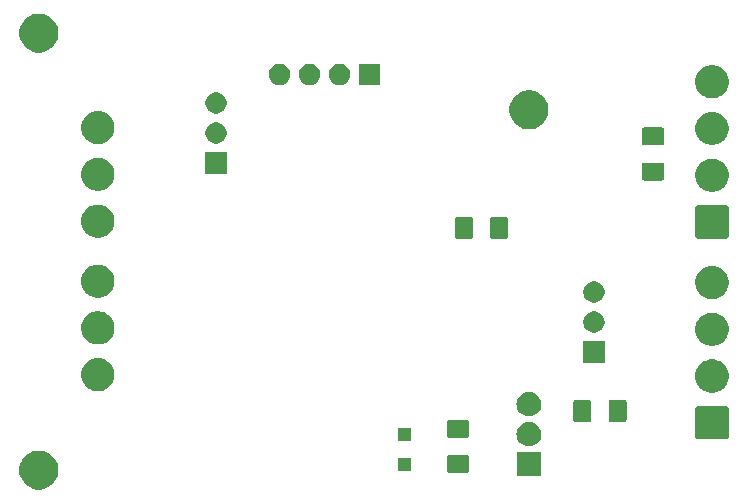
<source format=gbr>
G04 #@! TF.GenerationSoftware,KiCad,Pcbnew,(5.1.5)-3*
G04 #@! TF.CreationDate,2020-02-29T02:49:16+09:00*
G04 #@! TF.ProjectId,QX20CTRLV2,51583230-4354-4524-9c56-322e6b696361,rev?*
G04 #@! TF.SameCoordinates,Original*
G04 #@! TF.FileFunction,Soldermask,Bot*
G04 #@! TF.FilePolarity,Negative*
%FSLAX46Y46*%
G04 Gerber Fmt 4.6, Leading zero omitted, Abs format (unit mm)*
G04 Created by KiCad (PCBNEW (5.1.5)-3) date 2020-02-29 02:49:16*
%MOMM*%
%LPD*%
G04 APERTURE LIST*
%ADD10C,0.250000*%
G04 APERTURE END LIST*
D10*
G36*
X104375256Y-89391298D02*
G01*
X104481579Y-89412447D01*
X104782042Y-89536903D01*
X105052451Y-89717585D01*
X105282415Y-89947549D01*
X105312046Y-89991895D01*
X105463098Y-90217960D01*
X105587553Y-90518422D01*
X105651000Y-90837389D01*
X105651000Y-91162611D01*
X105637474Y-91230608D01*
X105587553Y-91481579D01*
X105463097Y-91782042D01*
X105282415Y-92052451D01*
X105052451Y-92282415D01*
X104782042Y-92463097D01*
X104481579Y-92587553D01*
X104375256Y-92608702D01*
X104162611Y-92651000D01*
X103837389Y-92651000D01*
X103624744Y-92608702D01*
X103518421Y-92587553D01*
X103217958Y-92463097D01*
X102947549Y-92282415D01*
X102717585Y-92052451D01*
X102536903Y-91782042D01*
X102412447Y-91481579D01*
X102362526Y-91230608D01*
X102349000Y-91162611D01*
X102349000Y-90837389D01*
X102412447Y-90518422D01*
X102536902Y-90217960D01*
X102687954Y-89991895D01*
X102717585Y-89947549D01*
X102947549Y-89717585D01*
X103217958Y-89536903D01*
X103518421Y-89412447D01*
X103624744Y-89391298D01*
X103837389Y-89349000D01*
X104162611Y-89349000D01*
X104375256Y-89391298D01*
G37*
G36*
X146551000Y-91503500D02*
G01*
X144449000Y-91503500D01*
X144449000Y-89496500D01*
X146551000Y-89496500D01*
X146551000Y-91503500D01*
G37*
G36*
X140275562Y-89728181D02*
G01*
X140310481Y-89738774D01*
X140342663Y-89755976D01*
X140370873Y-89779127D01*
X140394024Y-89807337D01*
X140411226Y-89839519D01*
X140421819Y-89874438D01*
X140426000Y-89916895D01*
X140426000Y-91058105D01*
X140421819Y-91100562D01*
X140411226Y-91135481D01*
X140394024Y-91167663D01*
X140370873Y-91195873D01*
X140342663Y-91219024D01*
X140310481Y-91236226D01*
X140275562Y-91246819D01*
X140233105Y-91251000D01*
X138766895Y-91251000D01*
X138724438Y-91246819D01*
X138689519Y-91236226D01*
X138657337Y-91219024D01*
X138629127Y-91195873D01*
X138605976Y-91167663D01*
X138588774Y-91135481D01*
X138578181Y-91100562D01*
X138574000Y-91058105D01*
X138574000Y-89916895D01*
X138578181Y-89874438D01*
X138588774Y-89839519D01*
X138605976Y-89807337D01*
X138629127Y-89779127D01*
X138657337Y-89755976D01*
X138689519Y-89738774D01*
X138724438Y-89728181D01*
X138766895Y-89724000D01*
X140233105Y-89724000D01*
X140275562Y-89728181D01*
G37*
G36*
X135551000Y-91051000D02*
G01*
X134449000Y-91051000D01*
X134449000Y-89949000D01*
X135551000Y-89949000D01*
X135551000Y-91051000D01*
G37*
G36*
X145645936Y-86961340D02*
G01*
X145744220Y-86971020D01*
X145933381Y-87028401D01*
X146107712Y-87121583D01*
X146260515Y-87246985D01*
X146385917Y-87399788D01*
X146479099Y-87574119D01*
X146536480Y-87763280D01*
X146555855Y-87960000D01*
X146536480Y-88156720D01*
X146479099Y-88345881D01*
X146385917Y-88520212D01*
X146260515Y-88673015D01*
X146107712Y-88798417D01*
X145933381Y-88891599D01*
X145744220Y-88948980D01*
X145645936Y-88958660D01*
X145596795Y-88963500D01*
X145403205Y-88963500D01*
X145354064Y-88958660D01*
X145255780Y-88948980D01*
X145066619Y-88891599D01*
X144892288Y-88798417D01*
X144739485Y-88673015D01*
X144614083Y-88520212D01*
X144520901Y-88345881D01*
X144463520Y-88156720D01*
X144444145Y-87960000D01*
X144463520Y-87763280D01*
X144520901Y-87574119D01*
X144614083Y-87399788D01*
X144739485Y-87246985D01*
X144892288Y-87121583D01*
X145066619Y-87028401D01*
X145255780Y-86971020D01*
X145354064Y-86961340D01*
X145403205Y-86956500D01*
X145596795Y-86956500D01*
X145645936Y-86961340D01*
G37*
G36*
X135551000Y-88551000D02*
G01*
X134449000Y-88551000D01*
X134449000Y-87449000D01*
X135551000Y-87449000D01*
X135551000Y-88551000D01*
G37*
G36*
X162273031Y-85602645D02*
G01*
X162302719Y-85611651D01*
X162330071Y-85626271D01*
X162354050Y-85645950D01*
X162373729Y-85669929D01*
X162388349Y-85697281D01*
X162397355Y-85726969D01*
X162401000Y-85763977D01*
X162401000Y-88236023D01*
X162397355Y-88273031D01*
X162388349Y-88302719D01*
X162373729Y-88330071D01*
X162354050Y-88354050D01*
X162330071Y-88373729D01*
X162302719Y-88388349D01*
X162273031Y-88397355D01*
X162236023Y-88401000D01*
X159763977Y-88401000D01*
X159726969Y-88397355D01*
X159697281Y-88388349D01*
X159669929Y-88373729D01*
X159645950Y-88354050D01*
X159626271Y-88330071D01*
X159611651Y-88302719D01*
X159602645Y-88273031D01*
X159599000Y-88236023D01*
X159599000Y-85763977D01*
X159602645Y-85726969D01*
X159611651Y-85697281D01*
X159626271Y-85669929D01*
X159645950Y-85645950D01*
X159669929Y-85626271D01*
X159697281Y-85611651D01*
X159726969Y-85602645D01*
X159763977Y-85599000D01*
X162236023Y-85599000D01*
X162273031Y-85602645D01*
G37*
G36*
X140275562Y-86753181D02*
G01*
X140310481Y-86763774D01*
X140342663Y-86780976D01*
X140370873Y-86804127D01*
X140394024Y-86832337D01*
X140411226Y-86864519D01*
X140421819Y-86899438D01*
X140426000Y-86941895D01*
X140426000Y-88083105D01*
X140421819Y-88125562D01*
X140411226Y-88160481D01*
X140394024Y-88192663D01*
X140370873Y-88220873D01*
X140342663Y-88244024D01*
X140310481Y-88261226D01*
X140275562Y-88271819D01*
X140233105Y-88276000D01*
X138766895Y-88276000D01*
X138724438Y-88271819D01*
X138689519Y-88261226D01*
X138657337Y-88244024D01*
X138629127Y-88220873D01*
X138605976Y-88192663D01*
X138588774Y-88160481D01*
X138578181Y-88125562D01*
X138574000Y-88083105D01*
X138574000Y-86941895D01*
X138578181Y-86899438D01*
X138588774Y-86864519D01*
X138605976Y-86832337D01*
X138629127Y-86804127D01*
X138657337Y-86780976D01*
X138689519Y-86763774D01*
X138724438Y-86753181D01*
X138766895Y-86749000D01*
X140233105Y-86749000D01*
X140275562Y-86753181D01*
G37*
G36*
X153613062Y-85078181D02*
G01*
X153647981Y-85088774D01*
X153680163Y-85105976D01*
X153708373Y-85129127D01*
X153731524Y-85157337D01*
X153748726Y-85189519D01*
X153759319Y-85224438D01*
X153763500Y-85266895D01*
X153763500Y-86733105D01*
X153759319Y-86775562D01*
X153748726Y-86810481D01*
X153731524Y-86842663D01*
X153708373Y-86870873D01*
X153680163Y-86894024D01*
X153647981Y-86911226D01*
X153613062Y-86921819D01*
X153570605Y-86926000D01*
X152429395Y-86926000D01*
X152386938Y-86921819D01*
X152352019Y-86911226D01*
X152319837Y-86894024D01*
X152291627Y-86870873D01*
X152268476Y-86842663D01*
X152251274Y-86810481D01*
X152240681Y-86775562D01*
X152236500Y-86733105D01*
X152236500Y-85266895D01*
X152240681Y-85224438D01*
X152251274Y-85189519D01*
X152268476Y-85157337D01*
X152291627Y-85129127D01*
X152319837Y-85105976D01*
X152352019Y-85088774D01*
X152386938Y-85078181D01*
X152429395Y-85074000D01*
X153570605Y-85074000D01*
X153613062Y-85078181D01*
G37*
G36*
X150638062Y-85078181D02*
G01*
X150672981Y-85088774D01*
X150705163Y-85105976D01*
X150733373Y-85129127D01*
X150756524Y-85157337D01*
X150773726Y-85189519D01*
X150784319Y-85224438D01*
X150788500Y-85266895D01*
X150788500Y-86733105D01*
X150784319Y-86775562D01*
X150773726Y-86810481D01*
X150756524Y-86842663D01*
X150733373Y-86870873D01*
X150705163Y-86894024D01*
X150672981Y-86911226D01*
X150638062Y-86921819D01*
X150595605Y-86926000D01*
X149454395Y-86926000D01*
X149411938Y-86921819D01*
X149377019Y-86911226D01*
X149344837Y-86894024D01*
X149316627Y-86870873D01*
X149293476Y-86842663D01*
X149276274Y-86810481D01*
X149265681Y-86775562D01*
X149261500Y-86733105D01*
X149261500Y-85266895D01*
X149265681Y-85224438D01*
X149276274Y-85189519D01*
X149293476Y-85157337D01*
X149316627Y-85129127D01*
X149344837Y-85105976D01*
X149377019Y-85088774D01*
X149411938Y-85078181D01*
X149454395Y-85074000D01*
X150595605Y-85074000D01*
X150638062Y-85078181D01*
G37*
G36*
X145645936Y-84421340D02*
G01*
X145744220Y-84431020D01*
X145933381Y-84488401D01*
X146107712Y-84581583D01*
X146260515Y-84706985D01*
X146385917Y-84859788D01*
X146479099Y-85034119D01*
X146536480Y-85223280D01*
X146555855Y-85420000D01*
X146536480Y-85616720D01*
X146479099Y-85805881D01*
X146385917Y-85980212D01*
X146260515Y-86133015D01*
X146107712Y-86258417D01*
X145933381Y-86351599D01*
X145744220Y-86408980D01*
X145645936Y-86418660D01*
X145596795Y-86423500D01*
X145403205Y-86423500D01*
X145354064Y-86418660D01*
X145255780Y-86408980D01*
X145066619Y-86351599D01*
X144892288Y-86258417D01*
X144739485Y-86133015D01*
X144614083Y-85980212D01*
X144520901Y-85805881D01*
X144463520Y-85616720D01*
X144444145Y-85420000D01*
X144463520Y-85223280D01*
X144520901Y-85034119D01*
X144614083Y-84859788D01*
X144739485Y-84706985D01*
X144892288Y-84581583D01*
X145066619Y-84488401D01*
X145255780Y-84431020D01*
X145354064Y-84421340D01*
X145403205Y-84416500D01*
X145596795Y-84416500D01*
X145645936Y-84421340D01*
G37*
G36*
X161318433Y-81674893D02*
G01*
X161408657Y-81692839D01*
X161514267Y-81736585D01*
X161663621Y-81798449D01*
X161663622Y-81798450D01*
X161893086Y-81951772D01*
X162088228Y-82146914D01*
X162161369Y-82256378D01*
X162241551Y-82376379D01*
X162347161Y-82631344D01*
X162401000Y-82902012D01*
X162401000Y-83177988D01*
X162347161Y-83448656D01*
X162241551Y-83703621D01*
X162241550Y-83703622D01*
X162088228Y-83933086D01*
X161893086Y-84128228D01*
X161843214Y-84161551D01*
X161663621Y-84281551D01*
X161514267Y-84343415D01*
X161408657Y-84387161D01*
X161318433Y-84405107D01*
X161137988Y-84441000D01*
X160862012Y-84441000D01*
X160681567Y-84405107D01*
X160591343Y-84387161D01*
X160485733Y-84343415D01*
X160336379Y-84281551D01*
X160156786Y-84161551D01*
X160106914Y-84128228D01*
X159911772Y-83933086D01*
X159758450Y-83703622D01*
X159758449Y-83703621D01*
X159652839Y-83448656D01*
X159599000Y-83177988D01*
X159599000Y-82902012D01*
X159652839Y-82631344D01*
X159758449Y-82376379D01*
X159838631Y-82256378D01*
X159911772Y-82146914D01*
X160106914Y-81951772D01*
X160336378Y-81798450D01*
X160336379Y-81798449D01*
X160485733Y-81736585D01*
X160591343Y-81692839D01*
X160681567Y-81674893D01*
X160862012Y-81639000D01*
X161137988Y-81639000D01*
X161318433Y-81674893D01*
G37*
G36*
X109318433Y-81554893D02*
G01*
X109408657Y-81572839D01*
X109514267Y-81616585D01*
X109663621Y-81678449D01*
X109663622Y-81678450D01*
X109893086Y-81831772D01*
X110088228Y-82026914D01*
X110190675Y-82180237D01*
X110241551Y-82256379D01*
X110347161Y-82511344D01*
X110401000Y-82782012D01*
X110401000Y-83057988D01*
X110347161Y-83328656D01*
X110241551Y-83583621D01*
X110241550Y-83583622D01*
X110088228Y-83813086D01*
X109893086Y-84008228D01*
X109739763Y-84110675D01*
X109663621Y-84161551D01*
X109514267Y-84223415D01*
X109408657Y-84267161D01*
X109336312Y-84281551D01*
X109137988Y-84321000D01*
X108862012Y-84321000D01*
X108663688Y-84281551D01*
X108591343Y-84267161D01*
X108485733Y-84223415D01*
X108336379Y-84161551D01*
X108260237Y-84110675D01*
X108106914Y-84008228D01*
X107911772Y-83813086D01*
X107758450Y-83583622D01*
X107758449Y-83583621D01*
X107652839Y-83328656D01*
X107599000Y-83057988D01*
X107599000Y-82782012D01*
X107652839Y-82511344D01*
X107758449Y-82256379D01*
X107809325Y-82180237D01*
X107911772Y-82026914D01*
X108106914Y-81831772D01*
X108336378Y-81678450D01*
X108336379Y-81678449D01*
X108485733Y-81616585D01*
X108591343Y-81572839D01*
X108681567Y-81554893D01*
X108862012Y-81519000D01*
X109137988Y-81519000D01*
X109318433Y-81554893D01*
G37*
G36*
X151901000Y-81901000D02*
G01*
X150099000Y-81901000D01*
X150099000Y-80099000D01*
X151901000Y-80099000D01*
X151901000Y-81901000D01*
G37*
G36*
X161318433Y-77714893D02*
G01*
X161408657Y-77732839D01*
X161474586Y-77760148D01*
X161663621Y-77838449D01*
X161663622Y-77838450D01*
X161893086Y-77991772D01*
X162088228Y-78186914D01*
X162095093Y-78197189D01*
X162241551Y-78416379D01*
X162347161Y-78671344D01*
X162401000Y-78942012D01*
X162401000Y-79217988D01*
X162347161Y-79488656D01*
X162241551Y-79743621D01*
X162241550Y-79743622D01*
X162088228Y-79973086D01*
X161893086Y-80168228D01*
X161843214Y-80201551D01*
X161663621Y-80321551D01*
X161514267Y-80383415D01*
X161408657Y-80427161D01*
X161318433Y-80445107D01*
X161137988Y-80481000D01*
X160862012Y-80481000D01*
X160681567Y-80445107D01*
X160591343Y-80427161D01*
X160485733Y-80383415D01*
X160336379Y-80321551D01*
X160156786Y-80201551D01*
X160106914Y-80168228D01*
X159911772Y-79973086D01*
X159758450Y-79743622D01*
X159758449Y-79743621D01*
X159652839Y-79488656D01*
X159599000Y-79217988D01*
X159599000Y-78942012D01*
X159652839Y-78671344D01*
X159758449Y-78416379D01*
X159904907Y-78197189D01*
X159911772Y-78186914D01*
X160106914Y-77991772D01*
X160336378Y-77838450D01*
X160336379Y-77838449D01*
X160525414Y-77760148D01*
X160591343Y-77732839D01*
X160681567Y-77714893D01*
X160862012Y-77679000D01*
X161137988Y-77679000D01*
X161318433Y-77714893D01*
G37*
G36*
X109312055Y-77593624D02*
G01*
X109408657Y-77612839D01*
X109514267Y-77656585D01*
X109663621Y-77718449D01*
X109663622Y-77718450D01*
X109893086Y-77871772D01*
X110088228Y-78066914D01*
X110175274Y-78197188D01*
X110241551Y-78296379D01*
X110272567Y-78371258D01*
X110346084Y-78548742D01*
X110347161Y-78551344D01*
X110401000Y-78822012D01*
X110401000Y-79097988D01*
X110347161Y-79368656D01*
X110241551Y-79623621D01*
X110241550Y-79623622D01*
X110088228Y-79853086D01*
X109893086Y-80048228D01*
X109739763Y-80150675D01*
X109663621Y-80201551D01*
X109514267Y-80263415D01*
X109408657Y-80307161D01*
X109336312Y-80321551D01*
X109137988Y-80361000D01*
X108862012Y-80361000D01*
X108663688Y-80321551D01*
X108591343Y-80307161D01*
X108485733Y-80263415D01*
X108336379Y-80201551D01*
X108260237Y-80150675D01*
X108106914Y-80048228D01*
X107911772Y-79853086D01*
X107758450Y-79623622D01*
X107758449Y-79623621D01*
X107652839Y-79368656D01*
X107599000Y-79097988D01*
X107599000Y-78822012D01*
X107652839Y-78551344D01*
X107653917Y-78548742D01*
X107727433Y-78371258D01*
X107758449Y-78296379D01*
X107824726Y-78197188D01*
X107911772Y-78066914D01*
X108106914Y-77871772D01*
X108336378Y-77718450D01*
X108336379Y-77718449D01*
X108485733Y-77656585D01*
X108591343Y-77612839D01*
X108687945Y-77593624D01*
X108862012Y-77559000D01*
X109137988Y-77559000D01*
X109312055Y-77593624D01*
G37*
G36*
X151113512Y-77563927D02*
G01*
X151262812Y-77593624D01*
X151426784Y-77661544D01*
X151574354Y-77760147D01*
X151699853Y-77885646D01*
X151798456Y-78033216D01*
X151866376Y-78197188D01*
X151896073Y-78346488D01*
X151901000Y-78371258D01*
X151901000Y-78548742D01*
X151900482Y-78551344D01*
X151866376Y-78722812D01*
X151798456Y-78886784D01*
X151699853Y-79034354D01*
X151574354Y-79159853D01*
X151426784Y-79258456D01*
X151262812Y-79326376D01*
X151113512Y-79356073D01*
X151088742Y-79361000D01*
X150911258Y-79361000D01*
X150886488Y-79356073D01*
X150737188Y-79326376D01*
X150573216Y-79258456D01*
X150425646Y-79159853D01*
X150300147Y-79034354D01*
X150201544Y-78886784D01*
X150133624Y-78722812D01*
X150099518Y-78551344D01*
X150099000Y-78548742D01*
X150099000Y-78371258D01*
X150103927Y-78346488D01*
X150133624Y-78197188D01*
X150201544Y-78033216D01*
X150300147Y-77885646D01*
X150425646Y-77760147D01*
X150573216Y-77661544D01*
X150737188Y-77593624D01*
X150886488Y-77563927D01*
X150911258Y-77559000D01*
X151088742Y-77559000D01*
X151113512Y-77563927D01*
G37*
G36*
X151113512Y-75023927D02*
G01*
X151262812Y-75053624D01*
X151426784Y-75121544D01*
X151574354Y-75220147D01*
X151699853Y-75345646D01*
X151798456Y-75493216D01*
X151866376Y-75657188D01*
X151901000Y-75831259D01*
X151901000Y-76008741D01*
X151866376Y-76182812D01*
X151798456Y-76346784D01*
X151699853Y-76494354D01*
X151574354Y-76619853D01*
X151426784Y-76718456D01*
X151262812Y-76786376D01*
X151113512Y-76816073D01*
X151088742Y-76821000D01*
X150911258Y-76821000D01*
X150886488Y-76816073D01*
X150737188Y-76786376D01*
X150573216Y-76718456D01*
X150425646Y-76619853D01*
X150300147Y-76494354D01*
X150201544Y-76346784D01*
X150133624Y-76182812D01*
X150099000Y-76008741D01*
X150099000Y-75831259D01*
X150133624Y-75657188D01*
X150201544Y-75493216D01*
X150300147Y-75345646D01*
X150425646Y-75220147D01*
X150573216Y-75121544D01*
X150737188Y-75053624D01*
X150886488Y-75023927D01*
X150911258Y-75019000D01*
X151088742Y-75019000D01*
X151113512Y-75023927D01*
G37*
G36*
X161318433Y-73754893D02*
G01*
X161408657Y-73772839D01*
X161514267Y-73816585D01*
X161663621Y-73878449D01*
X161663622Y-73878450D01*
X161893086Y-74031772D01*
X162088228Y-74226914D01*
X162161369Y-74336378D01*
X162241551Y-74456379D01*
X162347161Y-74711344D01*
X162401000Y-74982012D01*
X162401000Y-75257988D01*
X162371030Y-75408656D01*
X162354211Y-75493216D01*
X162347161Y-75528656D01*
X162241551Y-75783621D01*
X162241550Y-75783622D01*
X162088228Y-76013086D01*
X161893086Y-76208228D01*
X161843214Y-76241551D01*
X161663621Y-76361551D01*
X161514267Y-76423415D01*
X161408657Y-76467161D01*
X161318433Y-76485107D01*
X161137988Y-76521000D01*
X160862012Y-76521000D01*
X160681567Y-76485107D01*
X160591343Y-76467161D01*
X160485733Y-76423415D01*
X160336379Y-76361551D01*
X160156786Y-76241551D01*
X160106914Y-76208228D01*
X159911772Y-76013086D01*
X159758450Y-75783622D01*
X159758449Y-75783621D01*
X159652839Y-75528656D01*
X159645790Y-75493216D01*
X159628970Y-75408656D01*
X159599000Y-75257988D01*
X159599000Y-74982012D01*
X159652839Y-74711344D01*
X159758449Y-74456379D01*
X159838631Y-74336378D01*
X159911772Y-74226914D01*
X160106914Y-74031772D01*
X160336378Y-73878450D01*
X160336379Y-73878449D01*
X160485733Y-73816585D01*
X160591343Y-73772839D01*
X160681567Y-73754893D01*
X160862012Y-73719000D01*
X161137988Y-73719000D01*
X161318433Y-73754893D01*
G37*
G36*
X109318433Y-73634893D02*
G01*
X109408657Y-73652839D01*
X109514267Y-73696585D01*
X109663621Y-73758449D01*
X109663622Y-73758450D01*
X109893086Y-73911772D01*
X110088228Y-74106914D01*
X110190675Y-74260237D01*
X110241551Y-74336379D01*
X110347161Y-74591344D01*
X110401000Y-74862012D01*
X110401000Y-75137988D01*
X110347161Y-75408656D01*
X110241551Y-75663621D01*
X110241550Y-75663622D01*
X110088228Y-75893086D01*
X109893086Y-76088228D01*
X109751532Y-76182811D01*
X109663621Y-76241551D01*
X109514267Y-76303415D01*
X109408657Y-76347161D01*
X109336312Y-76361551D01*
X109137988Y-76401000D01*
X108862012Y-76401000D01*
X108663688Y-76361551D01*
X108591343Y-76347161D01*
X108485733Y-76303415D01*
X108336379Y-76241551D01*
X108248468Y-76182811D01*
X108106914Y-76088228D01*
X107911772Y-75893086D01*
X107758450Y-75663622D01*
X107758449Y-75663621D01*
X107652839Y-75408656D01*
X107599000Y-75137988D01*
X107599000Y-74862012D01*
X107652839Y-74591344D01*
X107758449Y-74336379D01*
X107809325Y-74260237D01*
X107911772Y-74106914D01*
X108106914Y-73911772D01*
X108336378Y-73758450D01*
X108336379Y-73758449D01*
X108485733Y-73696585D01*
X108591343Y-73652839D01*
X108681567Y-73634893D01*
X108862012Y-73599000D01*
X109137988Y-73599000D01*
X109318433Y-73634893D01*
G37*
G36*
X140625562Y-69578181D02*
G01*
X140660481Y-69588774D01*
X140692663Y-69605976D01*
X140720873Y-69629127D01*
X140744024Y-69657337D01*
X140761226Y-69689519D01*
X140771819Y-69724438D01*
X140776000Y-69766895D01*
X140776000Y-71233105D01*
X140771819Y-71275562D01*
X140761226Y-71310481D01*
X140744024Y-71342663D01*
X140720873Y-71370873D01*
X140692663Y-71394024D01*
X140660481Y-71411226D01*
X140625562Y-71421819D01*
X140583105Y-71426000D01*
X139441895Y-71426000D01*
X139399438Y-71421819D01*
X139364519Y-71411226D01*
X139332337Y-71394024D01*
X139304127Y-71370873D01*
X139280976Y-71342663D01*
X139263774Y-71310481D01*
X139253181Y-71275562D01*
X139249000Y-71233105D01*
X139249000Y-69766895D01*
X139253181Y-69724438D01*
X139263774Y-69689519D01*
X139280976Y-69657337D01*
X139304127Y-69629127D01*
X139332337Y-69605976D01*
X139364519Y-69588774D01*
X139399438Y-69578181D01*
X139441895Y-69574000D01*
X140583105Y-69574000D01*
X140625562Y-69578181D01*
G37*
G36*
X143600562Y-69578181D02*
G01*
X143635481Y-69588774D01*
X143667663Y-69605976D01*
X143695873Y-69629127D01*
X143719024Y-69657337D01*
X143736226Y-69689519D01*
X143746819Y-69724438D01*
X143751000Y-69766895D01*
X143751000Y-71233105D01*
X143746819Y-71275562D01*
X143736226Y-71310481D01*
X143719024Y-71342663D01*
X143695873Y-71370873D01*
X143667663Y-71394024D01*
X143635481Y-71411226D01*
X143600562Y-71421819D01*
X143558105Y-71426000D01*
X142416895Y-71426000D01*
X142374438Y-71421819D01*
X142339519Y-71411226D01*
X142307337Y-71394024D01*
X142279127Y-71370873D01*
X142255976Y-71342663D01*
X142238774Y-71310481D01*
X142228181Y-71275562D01*
X142224000Y-71233105D01*
X142224000Y-69766895D01*
X142228181Y-69724438D01*
X142238774Y-69689519D01*
X142255976Y-69657337D01*
X142279127Y-69629127D01*
X142307337Y-69605976D01*
X142339519Y-69588774D01*
X142374438Y-69578181D01*
X142416895Y-69574000D01*
X143558105Y-69574000D01*
X143600562Y-69578181D01*
G37*
G36*
X162273031Y-68602645D02*
G01*
X162302719Y-68611651D01*
X162330071Y-68626271D01*
X162354050Y-68645950D01*
X162373729Y-68669929D01*
X162388349Y-68697281D01*
X162397355Y-68726969D01*
X162401000Y-68763977D01*
X162401000Y-71236023D01*
X162397355Y-71273031D01*
X162388349Y-71302719D01*
X162373729Y-71330071D01*
X162354050Y-71354050D01*
X162330071Y-71373729D01*
X162302719Y-71388349D01*
X162273031Y-71397355D01*
X162236023Y-71401000D01*
X159763977Y-71401000D01*
X159726969Y-71397355D01*
X159697281Y-71388349D01*
X159669929Y-71373729D01*
X159645950Y-71354050D01*
X159626271Y-71330071D01*
X159611651Y-71302719D01*
X159602645Y-71273031D01*
X159599000Y-71236023D01*
X159599000Y-68763977D01*
X159602645Y-68726969D01*
X159611651Y-68697281D01*
X159626271Y-68669929D01*
X159645950Y-68645950D01*
X159669929Y-68626271D01*
X159697281Y-68611651D01*
X159726969Y-68602645D01*
X159763977Y-68599000D01*
X162236023Y-68599000D01*
X162273031Y-68602645D01*
G37*
G36*
X109318433Y-68554893D02*
G01*
X109408657Y-68572839D01*
X109514267Y-68616585D01*
X109663621Y-68678449D01*
X109663622Y-68678450D01*
X109893086Y-68831772D01*
X110088228Y-69026914D01*
X110190675Y-69180237D01*
X110241551Y-69256379D01*
X110347161Y-69511344D01*
X110401000Y-69782012D01*
X110401000Y-70057988D01*
X110347161Y-70328656D01*
X110241551Y-70583621D01*
X110241550Y-70583622D01*
X110088228Y-70813086D01*
X109893086Y-71008228D01*
X109739763Y-71110675D01*
X109663621Y-71161551D01*
X109591916Y-71191252D01*
X109408657Y-71267161D01*
X109318433Y-71285107D01*
X109137988Y-71321000D01*
X108862012Y-71321000D01*
X108681567Y-71285107D01*
X108591343Y-71267161D01*
X108408084Y-71191252D01*
X108336379Y-71161551D01*
X108260237Y-71110675D01*
X108106914Y-71008228D01*
X107911772Y-70813086D01*
X107758450Y-70583622D01*
X107758449Y-70583621D01*
X107652839Y-70328656D01*
X107599000Y-70057988D01*
X107599000Y-69782012D01*
X107652839Y-69511344D01*
X107758449Y-69256379D01*
X107809325Y-69180237D01*
X107911772Y-69026914D01*
X108106914Y-68831772D01*
X108336378Y-68678450D01*
X108336379Y-68678449D01*
X108485733Y-68616585D01*
X108591343Y-68572839D01*
X108681567Y-68554893D01*
X108862012Y-68519000D01*
X109137988Y-68519000D01*
X109318433Y-68554893D01*
G37*
G36*
X161318433Y-64674893D02*
G01*
X161408657Y-64692839D01*
X161514267Y-64736585D01*
X161663621Y-64798449D01*
X161663622Y-64798450D01*
X161893086Y-64951772D01*
X162088228Y-65146914D01*
X162188096Y-65296378D01*
X162241551Y-65376379D01*
X162303415Y-65525733D01*
X162314024Y-65551343D01*
X162347161Y-65631344D01*
X162401000Y-65902012D01*
X162401000Y-66177988D01*
X162372131Y-66323124D01*
X162347161Y-66448657D01*
X162332389Y-66484319D01*
X162241551Y-66703621D01*
X162241550Y-66703622D01*
X162088228Y-66933086D01*
X161893086Y-67128228D01*
X161739763Y-67230675D01*
X161663621Y-67281551D01*
X161514267Y-67343415D01*
X161408657Y-67387161D01*
X161318433Y-67405107D01*
X161137988Y-67441000D01*
X160862012Y-67441000D01*
X160681567Y-67405107D01*
X160591343Y-67387161D01*
X160485733Y-67343415D01*
X160336379Y-67281551D01*
X160260237Y-67230675D01*
X160106914Y-67128228D01*
X159911772Y-66933086D01*
X159758450Y-66703622D01*
X159758449Y-66703621D01*
X159667611Y-66484319D01*
X159652839Y-66448657D01*
X159627869Y-66323124D01*
X159599000Y-66177988D01*
X159599000Y-65902012D01*
X159652839Y-65631344D01*
X159685977Y-65551343D01*
X159696585Y-65525733D01*
X159758449Y-65376379D01*
X159811904Y-65296378D01*
X159911772Y-65146914D01*
X160106914Y-64951772D01*
X160336378Y-64798450D01*
X160336379Y-64798449D01*
X160485733Y-64736585D01*
X160591343Y-64692839D01*
X160681567Y-64674893D01*
X160862012Y-64639000D01*
X161137988Y-64639000D01*
X161318433Y-64674893D01*
G37*
G36*
X109318433Y-64594893D02*
G01*
X109408657Y-64612839D01*
X109514267Y-64656585D01*
X109663621Y-64718449D01*
X109663622Y-64718450D01*
X109893086Y-64871772D01*
X110088228Y-65066914D01*
X110161872Y-65177131D01*
X110241551Y-65296379D01*
X110274688Y-65376379D01*
X110347161Y-65551343D01*
X110401000Y-65822014D01*
X110401000Y-66097986D01*
X110347161Y-66368657D01*
X110310765Y-66456524D01*
X110241551Y-66623621D01*
X110241550Y-66623622D01*
X110088228Y-66853086D01*
X109893086Y-67048228D01*
X109773357Y-67128228D01*
X109663621Y-67201551D01*
X109514267Y-67263415D01*
X109408657Y-67307161D01*
X109318433Y-67325107D01*
X109137988Y-67361000D01*
X108862012Y-67361000D01*
X108681567Y-67325107D01*
X108591343Y-67307161D01*
X108485733Y-67263415D01*
X108336379Y-67201551D01*
X108226643Y-67128228D01*
X108106914Y-67048228D01*
X107911772Y-66853086D01*
X107758450Y-66623622D01*
X107758449Y-66623621D01*
X107689235Y-66456524D01*
X107652839Y-66368657D01*
X107599000Y-66097986D01*
X107599000Y-65822014D01*
X107652839Y-65551343D01*
X107725312Y-65376379D01*
X107758449Y-65296379D01*
X107838128Y-65177131D01*
X107911772Y-65066914D01*
X108106914Y-64871772D01*
X108336378Y-64718450D01*
X108336379Y-64718449D01*
X108485733Y-64656585D01*
X108591343Y-64612839D01*
X108681567Y-64594893D01*
X108862012Y-64559000D01*
X109137988Y-64559000D01*
X109318433Y-64594893D01*
G37*
G36*
X156775562Y-64965681D02*
G01*
X156810481Y-64976274D01*
X156842663Y-64993476D01*
X156870873Y-65016627D01*
X156894024Y-65044837D01*
X156911226Y-65077019D01*
X156921819Y-65111938D01*
X156926000Y-65154395D01*
X156926000Y-66295605D01*
X156921819Y-66338062D01*
X156911226Y-66372981D01*
X156894024Y-66405163D01*
X156870873Y-66433373D01*
X156842663Y-66456524D01*
X156810481Y-66473726D01*
X156775562Y-66484319D01*
X156733105Y-66488500D01*
X155266895Y-66488500D01*
X155224438Y-66484319D01*
X155189519Y-66473726D01*
X155157337Y-66456524D01*
X155129127Y-66433373D01*
X155105976Y-66405163D01*
X155088774Y-66372981D01*
X155078181Y-66338062D01*
X155074000Y-66295605D01*
X155074000Y-65154395D01*
X155078181Y-65111938D01*
X155088774Y-65077019D01*
X155105976Y-65044837D01*
X155129127Y-65016627D01*
X155157337Y-64993476D01*
X155189519Y-64976274D01*
X155224438Y-64965681D01*
X155266895Y-64961500D01*
X156733105Y-64961500D01*
X156775562Y-64965681D01*
G37*
G36*
X119901000Y-65901000D02*
G01*
X118099000Y-65901000D01*
X118099000Y-64099000D01*
X119901000Y-64099000D01*
X119901000Y-65901000D01*
G37*
G36*
X156775562Y-61990681D02*
G01*
X156810481Y-62001274D01*
X156842663Y-62018476D01*
X156870873Y-62041627D01*
X156894024Y-62069837D01*
X156911226Y-62102019D01*
X156921819Y-62136938D01*
X156926000Y-62179395D01*
X156926000Y-63320605D01*
X156921819Y-63363062D01*
X156911226Y-63397981D01*
X156894024Y-63430163D01*
X156870873Y-63458373D01*
X156842663Y-63481524D01*
X156810481Y-63498726D01*
X156775562Y-63509319D01*
X156733105Y-63513500D01*
X155266895Y-63513500D01*
X155224438Y-63509319D01*
X155189519Y-63498726D01*
X155157337Y-63481524D01*
X155129127Y-63458373D01*
X155105976Y-63430163D01*
X155088774Y-63397981D01*
X155078181Y-63363062D01*
X155074000Y-63320605D01*
X155074000Y-62179395D01*
X155078181Y-62136938D01*
X155088774Y-62102019D01*
X155105976Y-62069837D01*
X155129127Y-62041627D01*
X155157337Y-62018476D01*
X155189519Y-62001274D01*
X155224438Y-61990681D01*
X155266895Y-61986500D01*
X156733105Y-61986500D01*
X156775562Y-61990681D01*
G37*
G36*
X161318433Y-60714893D02*
G01*
X161408657Y-60732839D01*
X161514267Y-60776585D01*
X161663621Y-60838449D01*
X161663622Y-60838450D01*
X161893086Y-60991772D01*
X162088228Y-61186914D01*
X162151789Y-61282040D01*
X162241551Y-61416379D01*
X162297913Y-61552449D01*
X162314024Y-61591343D01*
X162347161Y-61671344D01*
X162401000Y-61942012D01*
X162401000Y-62217988D01*
X162347161Y-62488656D01*
X162241551Y-62743621D01*
X162241550Y-62743622D01*
X162088228Y-62973086D01*
X161893086Y-63168228D01*
X161777282Y-63245605D01*
X161663621Y-63321551D01*
X161514267Y-63383415D01*
X161408657Y-63427161D01*
X161369071Y-63435035D01*
X161137988Y-63481000D01*
X160862012Y-63481000D01*
X160630929Y-63435035D01*
X160591343Y-63427161D01*
X160485733Y-63383415D01*
X160336379Y-63321551D01*
X160222718Y-63245605D01*
X160106914Y-63168228D01*
X159911772Y-62973086D01*
X159758450Y-62743622D01*
X159758449Y-62743621D01*
X159652839Y-62488656D01*
X159599000Y-62217988D01*
X159599000Y-61942012D01*
X159652839Y-61671344D01*
X159685977Y-61591343D01*
X159702087Y-61552449D01*
X159758449Y-61416379D01*
X159848211Y-61282040D01*
X159911772Y-61186914D01*
X160106914Y-60991772D01*
X160336378Y-60838450D01*
X160336379Y-60838449D01*
X160485733Y-60776585D01*
X160591343Y-60732839D01*
X160681567Y-60714893D01*
X160862012Y-60679000D01*
X161137988Y-60679000D01*
X161318433Y-60714893D01*
G37*
G36*
X109318433Y-60634893D02*
G01*
X109408657Y-60652839D01*
X109514267Y-60696585D01*
X109663621Y-60758449D01*
X109739763Y-60809325D01*
X109893086Y-60911772D01*
X110088228Y-61106914D01*
X110190675Y-61260237D01*
X110241551Y-61336379D01*
X110347161Y-61591344D01*
X110401000Y-61862012D01*
X110401000Y-62137988D01*
X110389224Y-62197188D01*
X110347161Y-62408657D01*
X110303415Y-62514267D01*
X110241551Y-62663621D01*
X110241550Y-62663622D01*
X110088228Y-62893086D01*
X109893086Y-63088228D01*
X109785892Y-63159852D01*
X109663621Y-63241551D01*
X109527657Y-63297869D01*
X109408657Y-63347161D01*
X109328716Y-63363062D01*
X109137988Y-63401000D01*
X108862012Y-63401000D01*
X108671284Y-63363062D01*
X108591343Y-63347161D01*
X108472343Y-63297869D01*
X108336379Y-63241551D01*
X108214108Y-63159852D01*
X108106914Y-63088228D01*
X107911772Y-62893086D01*
X107758450Y-62663622D01*
X107758449Y-62663621D01*
X107696585Y-62514267D01*
X107652839Y-62408657D01*
X107610776Y-62197188D01*
X107599000Y-62137988D01*
X107599000Y-61862012D01*
X107652839Y-61591344D01*
X107758449Y-61336379D01*
X107809325Y-61260237D01*
X107911772Y-61106914D01*
X108106914Y-60911772D01*
X108260237Y-60809325D01*
X108336379Y-60758449D01*
X108485733Y-60696585D01*
X108591343Y-60652839D01*
X108681567Y-60634893D01*
X108862012Y-60599000D01*
X109137988Y-60599000D01*
X109318433Y-60634893D01*
G37*
G36*
X119113512Y-61563927D02*
G01*
X119262812Y-61593624D01*
X119426784Y-61661544D01*
X119574354Y-61760147D01*
X119699853Y-61885646D01*
X119798456Y-62033216D01*
X119866376Y-62197188D01*
X119901000Y-62371259D01*
X119901000Y-62548741D01*
X119866376Y-62722812D01*
X119798456Y-62886784D01*
X119699853Y-63034354D01*
X119574354Y-63159853D01*
X119426784Y-63258456D01*
X119262812Y-63326376D01*
X119113512Y-63356073D01*
X119088742Y-63361000D01*
X118911258Y-63361000D01*
X118886488Y-63356073D01*
X118737188Y-63326376D01*
X118573216Y-63258456D01*
X118425646Y-63159853D01*
X118300147Y-63034354D01*
X118201544Y-62886784D01*
X118133624Y-62722812D01*
X118099000Y-62548741D01*
X118099000Y-62371259D01*
X118133624Y-62197188D01*
X118201544Y-62033216D01*
X118300147Y-61885646D01*
X118425646Y-61760147D01*
X118573216Y-61661544D01*
X118737188Y-61593624D01*
X118886488Y-61563927D01*
X118911258Y-61559000D01*
X119088742Y-61559000D01*
X119113512Y-61563927D01*
G37*
G36*
X145875256Y-58891298D02*
G01*
X145981579Y-58912447D01*
X146194037Y-59000450D01*
X146238821Y-59019000D01*
X146282042Y-59036903D01*
X146552451Y-59217585D01*
X146782415Y-59447549D01*
X146963097Y-59717958D01*
X147083544Y-60008742D01*
X147087553Y-60018422D01*
X147151000Y-60337389D01*
X147151000Y-60662611D01*
X147126381Y-60786376D01*
X147087553Y-60981579D01*
X146963097Y-61282042D01*
X146782415Y-61552451D01*
X146552451Y-61782415D01*
X146282042Y-61963097D01*
X146282041Y-61963098D01*
X146282040Y-61963098D01*
X146213114Y-61991648D01*
X145981579Y-62087553D01*
X145875256Y-62108702D01*
X145662611Y-62151000D01*
X145337389Y-62151000D01*
X145124744Y-62108702D01*
X145018421Y-62087553D01*
X144786886Y-61991648D01*
X144717960Y-61963098D01*
X144717959Y-61963098D01*
X144717958Y-61963097D01*
X144447549Y-61782415D01*
X144217585Y-61552451D01*
X144036903Y-61282042D01*
X143912447Y-60981579D01*
X143873619Y-60786376D01*
X143849000Y-60662611D01*
X143849000Y-60337389D01*
X143912447Y-60018422D01*
X143916457Y-60008742D01*
X144036903Y-59717958D01*
X144217585Y-59447549D01*
X144447549Y-59217585D01*
X144717958Y-59036903D01*
X144761180Y-59019000D01*
X144805963Y-59000450D01*
X145018421Y-58912447D01*
X145124744Y-58891298D01*
X145337389Y-58849000D01*
X145662611Y-58849000D01*
X145875256Y-58891298D01*
G37*
G36*
X119113512Y-59023927D02*
G01*
X119262812Y-59053624D01*
X119426784Y-59121544D01*
X119574354Y-59220147D01*
X119699853Y-59345646D01*
X119798456Y-59493216D01*
X119866376Y-59657188D01*
X119901000Y-59831259D01*
X119901000Y-60008741D01*
X119866376Y-60182812D01*
X119798456Y-60346784D01*
X119699853Y-60494354D01*
X119574354Y-60619853D01*
X119426784Y-60718456D01*
X119262812Y-60786376D01*
X119113512Y-60816073D01*
X119088742Y-60821000D01*
X118911258Y-60821000D01*
X118886488Y-60816073D01*
X118737188Y-60786376D01*
X118573216Y-60718456D01*
X118425646Y-60619853D01*
X118300147Y-60494354D01*
X118201544Y-60346784D01*
X118133624Y-60182812D01*
X118099000Y-60008741D01*
X118099000Y-59831259D01*
X118133624Y-59657188D01*
X118201544Y-59493216D01*
X118300147Y-59345646D01*
X118425646Y-59220147D01*
X118573216Y-59121544D01*
X118737188Y-59053624D01*
X118886488Y-59023927D01*
X118911258Y-59019000D01*
X119088742Y-59019000D01*
X119113512Y-59023927D01*
G37*
G36*
X161318433Y-56754893D02*
G01*
X161408657Y-56772839D01*
X161474586Y-56800148D01*
X161663621Y-56878449D01*
X161663622Y-56878450D01*
X161893086Y-57031772D01*
X162088228Y-57226914D01*
X162095093Y-57237189D01*
X162241551Y-57456379D01*
X162347161Y-57711344D01*
X162401000Y-57982012D01*
X162401000Y-58257988D01*
X162347161Y-58528656D01*
X162241551Y-58783621D01*
X162241550Y-58783622D01*
X162088228Y-59013086D01*
X161893086Y-59208228D01*
X161739763Y-59310675D01*
X161663621Y-59361551D01*
X161514267Y-59423415D01*
X161408657Y-59467161D01*
X161318433Y-59485107D01*
X161137988Y-59521000D01*
X160862012Y-59521000D01*
X160681567Y-59485107D01*
X160591343Y-59467161D01*
X160485733Y-59423415D01*
X160336379Y-59361551D01*
X160260237Y-59310675D01*
X160106914Y-59208228D01*
X159911772Y-59013086D01*
X159758450Y-58783622D01*
X159758449Y-58783621D01*
X159652839Y-58528656D01*
X159599000Y-58257988D01*
X159599000Y-57982012D01*
X159652839Y-57711344D01*
X159758449Y-57456379D01*
X159904907Y-57237189D01*
X159911772Y-57226914D01*
X160106914Y-57031772D01*
X160336378Y-56878450D01*
X160336379Y-56878449D01*
X160525414Y-56800148D01*
X160591343Y-56772839D01*
X160681567Y-56754893D01*
X160862012Y-56719000D01*
X161137988Y-56719000D01*
X161318433Y-56754893D01*
G37*
G36*
X132901000Y-58401000D02*
G01*
X131099000Y-58401000D01*
X131099000Y-56599000D01*
X132901000Y-56599000D01*
X132901000Y-58401000D01*
G37*
G36*
X129573512Y-56603927D02*
G01*
X129722812Y-56633624D01*
X129886784Y-56701544D01*
X130034354Y-56800147D01*
X130159853Y-56925646D01*
X130258456Y-57073216D01*
X130326376Y-57237188D01*
X130361000Y-57411259D01*
X130361000Y-57588741D01*
X130326376Y-57762812D01*
X130258456Y-57926784D01*
X130159853Y-58074354D01*
X130034354Y-58199853D01*
X129886784Y-58298456D01*
X129722812Y-58366376D01*
X129573512Y-58396073D01*
X129548742Y-58401000D01*
X129371258Y-58401000D01*
X129346488Y-58396073D01*
X129197188Y-58366376D01*
X129033216Y-58298456D01*
X128885646Y-58199853D01*
X128760147Y-58074354D01*
X128661544Y-57926784D01*
X128593624Y-57762812D01*
X128559000Y-57588741D01*
X128559000Y-57411259D01*
X128593624Y-57237188D01*
X128661544Y-57073216D01*
X128760147Y-56925646D01*
X128885646Y-56800147D01*
X129033216Y-56701544D01*
X129197188Y-56633624D01*
X129346488Y-56603927D01*
X129371258Y-56599000D01*
X129548742Y-56599000D01*
X129573512Y-56603927D01*
G37*
G36*
X127033512Y-56603927D02*
G01*
X127182812Y-56633624D01*
X127346784Y-56701544D01*
X127494354Y-56800147D01*
X127619853Y-56925646D01*
X127718456Y-57073216D01*
X127786376Y-57237188D01*
X127821000Y-57411259D01*
X127821000Y-57588741D01*
X127786376Y-57762812D01*
X127718456Y-57926784D01*
X127619853Y-58074354D01*
X127494354Y-58199853D01*
X127346784Y-58298456D01*
X127182812Y-58366376D01*
X127033512Y-58396073D01*
X127008742Y-58401000D01*
X126831258Y-58401000D01*
X126806488Y-58396073D01*
X126657188Y-58366376D01*
X126493216Y-58298456D01*
X126345646Y-58199853D01*
X126220147Y-58074354D01*
X126121544Y-57926784D01*
X126053624Y-57762812D01*
X126019000Y-57588741D01*
X126019000Y-57411259D01*
X126053624Y-57237188D01*
X126121544Y-57073216D01*
X126220147Y-56925646D01*
X126345646Y-56800147D01*
X126493216Y-56701544D01*
X126657188Y-56633624D01*
X126806488Y-56603927D01*
X126831258Y-56599000D01*
X127008742Y-56599000D01*
X127033512Y-56603927D01*
G37*
G36*
X124493512Y-56603927D02*
G01*
X124642812Y-56633624D01*
X124806784Y-56701544D01*
X124954354Y-56800147D01*
X125079853Y-56925646D01*
X125178456Y-57073216D01*
X125246376Y-57237188D01*
X125281000Y-57411259D01*
X125281000Y-57588741D01*
X125246376Y-57762812D01*
X125178456Y-57926784D01*
X125079853Y-58074354D01*
X124954354Y-58199853D01*
X124806784Y-58298456D01*
X124642812Y-58366376D01*
X124493512Y-58396073D01*
X124468742Y-58401000D01*
X124291258Y-58401000D01*
X124266488Y-58396073D01*
X124117188Y-58366376D01*
X123953216Y-58298456D01*
X123805646Y-58199853D01*
X123680147Y-58074354D01*
X123581544Y-57926784D01*
X123513624Y-57762812D01*
X123479000Y-57588741D01*
X123479000Y-57411259D01*
X123513624Y-57237188D01*
X123581544Y-57073216D01*
X123680147Y-56925646D01*
X123805646Y-56800147D01*
X123953216Y-56701544D01*
X124117188Y-56633624D01*
X124266488Y-56603927D01*
X124291258Y-56599000D01*
X124468742Y-56599000D01*
X124493512Y-56603927D01*
G37*
G36*
X104375256Y-52391298D02*
G01*
X104481579Y-52412447D01*
X104782042Y-52536903D01*
X105052451Y-52717585D01*
X105282415Y-52947549D01*
X105463097Y-53217958D01*
X105587553Y-53518421D01*
X105651000Y-53837391D01*
X105651000Y-54162609D01*
X105587553Y-54481579D01*
X105463097Y-54782042D01*
X105282415Y-55052451D01*
X105052451Y-55282415D01*
X104782042Y-55463097D01*
X104481579Y-55587553D01*
X104375256Y-55608702D01*
X104162611Y-55651000D01*
X103837389Y-55651000D01*
X103624744Y-55608702D01*
X103518421Y-55587553D01*
X103217958Y-55463097D01*
X102947549Y-55282415D01*
X102717585Y-55052451D01*
X102536903Y-54782042D01*
X102412447Y-54481579D01*
X102349000Y-54162609D01*
X102349000Y-53837391D01*
X102412447Y-53518421D01*
X102536903Y-53217958D01*
X102717585Y-52947549D01*
X102947549Y-52717585D01*
X103217958Y-52536903D01*
X103518421Y-52412447D01*
X103624744Y-52391298D01*
X103837389Y-52349000D01*
X104162611Y-52349000D01*
X104375256Y-52391298D01*
G37*
M02*

</source>
